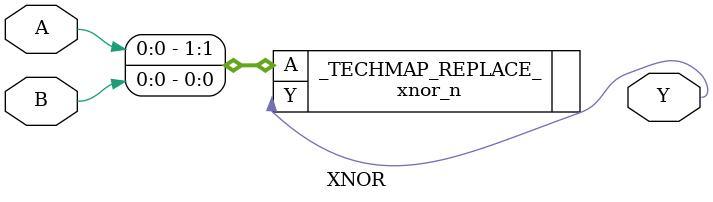
<source format=v>
module BUF (A, Y);
  
  input A;
  output Y;
  bufg #(.tphl (0), .tplh (0)) _TECHMAP_REPLACE_ (
    .A(A),
    .Y(Y),
  );
endmodule

module TIELOM (Y);
  
  output Y;
  bufg #(.tphl (0), .tplh (0)) _TECHMAP_REPLACE_ (
    .A(1'b0),
    .Y(Y),
  );
endmodule

module TIEHIM (Y);
  
  output Y;
  bufg #(.tphl (0), .tplh (0)) _TECHMAP_REPLACE_ (
    .A(1'b1),
    .Y(Y),
  );
endmodule

module IBUF (I, O);
  
  input I;
  output O;
  pin #(.n (1)) _TECHMAP_REPLACE_ (
    .I(I),
    .O(O),
  );
endmodule

module OBUF (I, O);
  
  input I;
  output O;
  pout #(.n (1)) _TECHMAP_REPLACE_ (
    .I(I),
    .O(O),
  );
endmodule

module NOT (A, Y);
  
  input A;
  output Y;
  notg #(.tphl (0),.tplh (0)) _TECHMAP_REPLACE_ (
    .A(A),
    .Y(Y),
  );
endmodule

module AND (A, B, Y);
  
  input A, B;
  output Y;
  and_n #(.n(2),.tphl (0),.tplh (0)) _TECHMAP_REPLACE_ (
    .A({A,B}),
    .Y(Y),
  );
endmodule

module NAND (A, B, Y);
  
  input A, B;
  output Y;
  nand_n #(.n(2),.tphl (0),.tplh (0)) _TECHMAP_REPLACE_ (
    .A({A,B}),
    .Y(Y),
  );
endmodule

module OR (A, B, Y);
  
  input A, B;
  output Y;
  or_n #(.n(2),.tphl (0),.tplh (0)) _TECHMAP_REPLACE_ (
    .A({A,B}),
    .Y(Y),
  );
endmodule

module NOR (A, B, Y);
  
  input A, B;
  output Y;
  nor_n #(.n(2),.tphl (0),.tplh (0)) _TECHMAP_REPLACE_ (
    .A({A,B}),
    .Y(Y),
  );
endmodule

module XOR (A, B, Y);
  
  input A, B;
  output Y;
  xor_n #(.n(2),.tphl (0),.tplh (0)) _TECHMAP_REPLACE_ (
    .A({A,B}),
    .Y(Y),
  );
endmodule

module XNOR (A, B, Y);
  
  input A, B;
  output Y;
  xnor_n #(.n(2),.tphl (0),.tplh (0)) _TECHMAP_REPLACE_ (
    .A({A,B}),
    .Y(Y),
  );
endmodule

</source>
